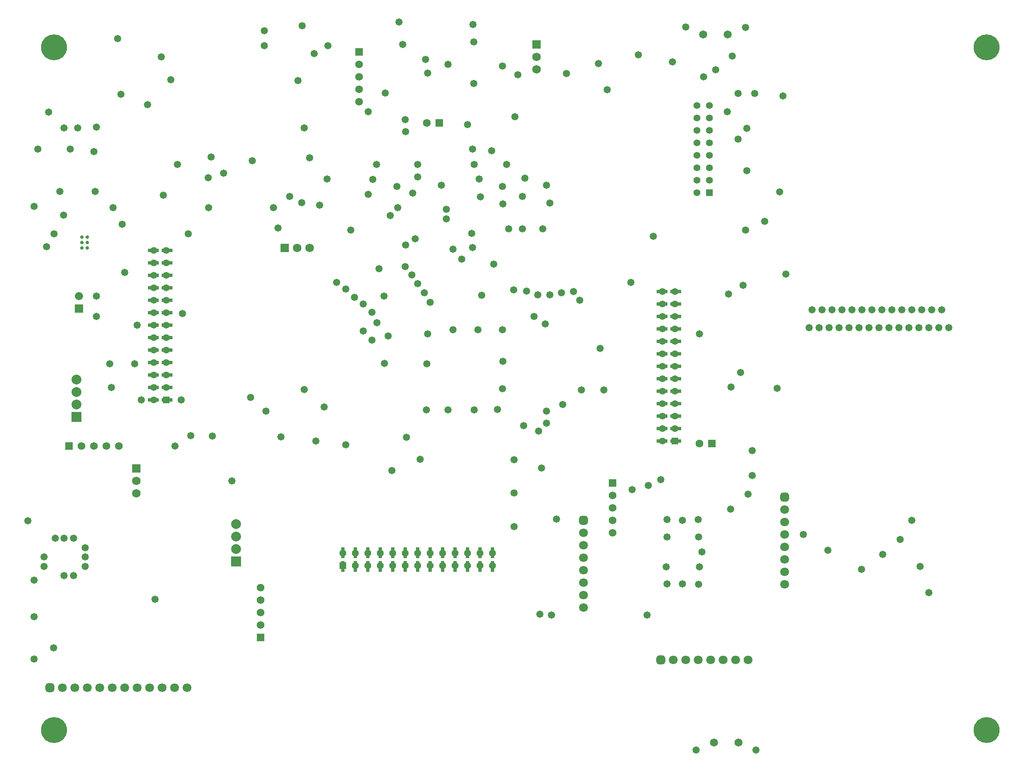
<source format=gbr>
G04*
G04 #@! TF.GenerationSoftware,Altium Limited,Altium Designer,23.9.2 (47)*
G04*
G04 Layer_Color=16711935*
%FSLAX44Y44*%
%MOMM*%
G71*
G04*
G04 #@! TF.SameCoordinates,8F5B2CAB-9582-47EE-AD33-95BA57DA0C1B*
G04*
G04*
G04 #@! TF.FilePolarity,Negative*
G04*
G01*
G75*
%ADD141C,1.5700*%
%ADD142R,1.5700X1.5700*%
%ADD143R,1.5700X1.5700*%
%ADD144C,1.6532*%
%ADD145C,1.8032*%
G04:AMPARAMS|DCode=146|XSize=1.8032mm|YSize=1.8032mm|CornerRadius=0.5016mm|HoleSize=0mm|Usage=FLASHONLY|Rotation=0.000|XOffset=0mm|YOffset=0mm|HoleType=Round|Shape=RoundedRectangle|*
%AMROUNDEDRECTD146*
21,1,1.8032,0.8000,0,0,0.0*
21,1,0.8000,1.8032,0,0,0.0*
1,1,1.0032,0.4000,-0.4000*
1,1,1.0032,-0.4000,-0.4000*
1,1,1.0032,-0.4000,0.4000*
1,1,1.0032,0.4000,0.4000*
%
%ADD146ROUNDEDRECTD146*%
G04:AMPARAMS|DCode=147|XSize=1.8032mm|YSize=1.8032mm|CornerRadius=0.5016mm|HoleSize=0mm|Usage=FLASHONLY|Rotation=270.000|XOffset=0mm|YOffset=0mm|HoleType=Round|Shape=RoundedRectangle|*
%AMROUNDEDRECTD147*
21,1,1.8032,0.8000,0,0,270.0*
21,1,0.8000,1.8032,0,0,270.0*
1,1,1.0032,-0.4000,-0.4000*
1,1,1.0032,-0.4000,0.4000*
1,1,1.0032,0.4000,0.4000*
1,1,1.0032,0.4000,-0.4000*
%
%ADD147ROUNDEDRECTD147*%
%ADD148C,5.2832*%
%ADD149C,1.6700*%
%ADD150R,1.6700X1.6700*%
%ADD151R,1.6032X1.6032*%
%ADD152C,1.6032*%
%ADD153R,1.3900X1.3900*%
%ADD154R,1.3890X1.3890*%
%ADD155C,1.3890*%
%ADD156R,1.3900X1.3900*%
%ADD157R,2.0032X2.0032*%
%ADD158C,2.0032*%
%ADD159R,1.7532X1.7532*%
%ADD160C,1.7532*%
%ADD161R,1.7532X1.7532*%
%ADD162C,1.4732*%
%ADD163C,0.7032*%
%ADD164C,1.3900*%
%ADD187R,2.2900X0.7600*%
%ADD188R,0.7600X2.2900*%
D141*
X1838960Y722630D02*
D03*
Y748030D02*
D03*
Y773430D02*
D03*
Y798830D02*
D03*
X1322070Y1601470D02*
D03*
Y1626870D02*
D03*
Y1652270D02*
D03*
Y1677670D02*
D03*
X833120Y899160D02*
D03*
X807720D02*
D03*
X782320D02*
D03*
X756920D02*
D03*
X1121410Y610870D02*
D03*
Y585470D02*
D03*
Y560070D02*
D03*
Y534670D02*
D03*
D142*
X1838960Y824230D02*
D03*
X1322070Y1703070D02*
D03*
X1121410Y509270D02*
D03*
D143*
X731520Y899160D02*
D03*
D144*
X2095260Y294970D02*
D03*
X2045260D02*
D03*
X2073510Y1737830D02*
D03*
X2023510D02*
D03*
D145*
X971550Y406400D02*
D03*
X946150D02*
D03*
X920750D02*
D03*
X869950D02*
D03*
X844550D02*
D03*
X793750D02*
D03*
X742950D02*
D03*
X717550D02*
D03*
X768350D02*
D03*
X819150D02*
D03*
X895350D02*
D03*
X2189480Y668020D02*
D03*
Y718820D02*
D03*
Y769620D02*
D03*
Y744220D02*
D03*
Y693420D02*
D03*
Y642620D02*
D03*
Y617220D02*
D03*
X2063750Y463550D02*
D03*
X2012950D02*
D03*
X1962150D02*
D03*
X1987550D02*
D03*
X2038350D02*
D03*
X2089150D02*
D03*
X2114550D02*
D03*
X1779270Y621030D02*
D03*
Y671830D02*
D03*
Y722630D02*
D03*
Y697230D02*
D03*
Y646430D02*
D03*
Y595630D02*
D03*
Y570230D02*
D03*
D146*
X692150Y406400D02*
D03*
X1936750Y463550D02*
D03*
D147*
X2189480Y795020D02*
D03*
X1779270Y748030D02*
D03*
D148*
X2600960Y1711960D02*
D03*
Y320040D02*
D03*
X701040D02*
D03*
Y1711960D02*
D03*
D149*
X751840Y1205230D02*
D03*
D150*
Y1179830D02*
D03*
D151*
X2040890Y904240D02*
D03*
X1485900Y1558290D02*
D03*
D152*
X2015490Y904240D02*
D03*
X1460500Y1558290D02*
D03*
D153*
X929660Y993140D02*
D03*
X1965980Y909320D02*
D03*
D154*
X2035810Y1416050D02*
D03*
D155*
Y1441450D02*
D03*
Y1466850D02*
D03*
Y1492250D02*
D03*
Y1517650D02*
D03*
Y1543050D02*
D03*
Y1568450D02*
D03*
Y1593850D02*
D03*
X2010410Y1416050D02*
D03*
Y1441450D02*
D03*
Y1466850D02*
D03*
Y1492250D02*
D03*
Y1517650D02*
D03*
Y1543050D02*
D03*
Y1568450D02*
D03*
Y1593850D02*
D03*
D156*
X1289050Y655300D02*
D03*
D157*
X746760Y958850D02*
D03*
X1071880Y664210D02*
D03*
D158*
X746760Y984250D02*
D03*
Y1009650D02*
D03*
Y1035050D02*
D03*
X1071880Y740410D02*
D03*
Y715010D02*
D03*
Y689610D02*
D03*
D159*
X868680Y853440D02*
D03*
X1684020Y1718310D02*
D03*
D160*
X868680Y828040D02*
D03*
Y802640D02*
D03*
X1684020Y1667510D02*
D03*
Y1692910D02*
D03*
X1221740Y1303020D02*
D03*
X1196340D02*
D03*
D161*
X1170940D02*
D03*
D162*
X821055Y1385570D02*
D03*
X844550Y1253490D02*
D03*
X660400Y1388110D02*
D03*
X685800Y1305560D02*
D03*
X720090Y1370330D02*
D03*
X701040Y1332230D02*
D03*
X839470Y1351280D02*
D03*
X1891030Y1696720D02*
D03*
X2179320Y1417320D02*
D03*
X2109470Y1339850D02*
D03*
X2094230Y1525270D02*
D03*
X2112010Y1460500D02*
D03*
X2148840Y1357630D02*
D03*
X2482850Y600710D02*
D03*
X830580Y1729740D02*
D03*
X2345690Y647700D02*
D03*
X2388870Y678180D02*
D03*
X2277110Y687070D02*
D03*
X1714500Y554990D02*
D03*
X1690370Y556260D02*
D03*
X1875790Y1233170D02*
D03*
X1921510Y1327150D02*
D03*
X1734820Y1211580D02*
D03*
X1758950Y1214120D02*
D03*
X1771650Y1196340D02*
D03*
X1596390Y1270000D02*
D03*
X1572260Y1206500D02*
D03*
X1531620Y1280160D02*
D03*
X1553210Y1304290D02*
D03*
X1678940Y1163320D02*
D03*
X864870Y1066800D02*
D03*
X814070D02*
D03*
X2131060Y279400D02*
D03*
X2009140D02*
D03*
X2109470Y1752600D02*
D03*
X1554480Y1758950D02*
D03*
X2123440Y839470D02*
D03*
Y890270D02*
D03*
X787400Y1205230D02*
D03*
X1960880Y1682750D02*
D03*
X1809750Y1678940D02*
D03*
X1827530Y1625600D02*
D03*
X1744980Y1658620D02*
D03*
X2082800Y1694180D02*
D03*
X2185670Y1612900D02*
D03*
X2112010Y1546860D02*
D03*
X2072640Y1581150D02*
D03*
X2128520Y1617980D02*
D03*
X2094230D02*
D03*
X2015490Y1127760D02*
D03*
X2075180Y1209040D02*
D03*
X2104390Y1226820D02*
D03*
X782320Y1499870D02*
D03*
X734060Y1504950D02*
D03*
X721360Y1548130D02*
D03*
X749300D02*
D03*
X919480Y1692910D02*
D03*
X891540Y1595120D02*
D03*
X712470Y1418590D02*
D03*
X787400Y1163320D02*
D03*
X938530Y1645920D02*
D03*
X784860Y1418590D02*
D03*
X836930Y1616710D02*
D03*
X2048510Y1666240D02*
D03*
X2024380Y1652270D02*
D03*
X2424430Y708660D02*
D03*
X2227580Y718820D02*
D03*
X1062990Y828040D02*
D03*
X1023620Y919480D02*
D03*
X947420Y899160D02*
D03*
X906780Y586740D02*
D03*
X1101090Y998220D02*
D03*
X979170Y920750D02*
D03*
X960120Y993140D02*
D03*
X1389380Y849630D02*
D03*
X817880Y1018540D02*
D03*
X1564640Y1136650D02*
D03*
X1197610Y1644650D02*
D03*
X2239010Y1140460D02*
D03*
X2259330D02*
D03*
X2279650D02*
D03*
X2299970D02*
D03*
X2320290D02*
D03*
X2340610D02*
D03*
X2360930D02*
D03*
X2381250D02*
D03*
X2401570D02*
D03*
X2421890D02*
D03*
X2442210D02*
D03*
X2462530D02*
D03*
X2482850D02*
D03*
X2503170D02*
D03*
X2523490D02*
D03*
X2509520Y1177290D02*
D03*
X2489200D02*
D03*
X2468880D02*
D03*
X2448560D02*
D03*
X2428240D02*
D03*
X2407920D02*
D03*
X2387600D02*
D03*
X2367280D02*
D03*
X2346960D02*
D03*
X2326640D02*
D03*
X2306320D02*
D03*
X2286000D02*
D03*
X2265680D02*
D03*
X2245360D02*
D03*
X2114550Y801370D02*
D03*
X1230630Y1699260D02*
D03*
X1206500Y1756410D02*
D03*
X1592580Y1501140D02*
D03*
X1639570Y1570990D02*
D03*
X1543050Y1554480D02*
D03*
X1221740Y1487170D02*
D03*
X1129020Y1745470D02*
D03*
X1258570Y1715770D02*
D03*
X1557020Y1473200D02*
D03*
X1623060D02*
D03*
X1441450D02*
D03*
X1357630D02*
D03*
X1350010Y1442720D02*
D03*
X1553210Y1504950D02*
D03*
X1210310Y1548130D02*
D03*
X1417320Y1540510D02*
D03*
X1341120Y1581150D02*
D03*
X1416050Y1564640D02*
D03*
X1410970Y1718310D02*
D03*
X1403350Y1764030D02*
D03*
X660400Y551180D02*
D03*
Y464820D02*
D03*
X699770Y487680D02*
D03*
X974090Y1332230D02*
D03*
X923290Y1410970D02*
D03*
X952500Y1473200D02*
D03*
X1016000Y1385570D02*
D03*
X787400Y1549400D02*
D03*
X1645920Y1656080D02*
D03*
X1234440Y909320D02*
D03*
X1163320Y918210D02*
D03*
X1132840Y970280D02*
D03*
X1250950Y979170D02*
D03*
X878840Y993140D02*
D03*
X1638300Y735330D02*
D03*
X2192020Y1249680D02*
D03*
X2099310Y1049020D02*
D03*
X2174240Y1017270D02*
D03*
X2080260Y1019810D02*
D03*
X1210310Y1014730D02*
D03*
X1295400Y901700D02*
D03*
X1446530Y872490D02*
D03*
X1305560Y1339850D02*
D03*
X1014730Y1446530D02*
D03*
X1046480Y1455420D02*
D03*
X1104900Y1480820D02*
D03*
X1156970Y1343660D02*
D03*
X1242060Y1390650D02*
D03*
X1021080Y1488440D02*
D03*
X689610Y1579880D02*
D03*
X668020Y1504950D02*
D03*
X1148080Y1385570D02*
D03*
X1257300Y1443990D02*
D03*
X869950Y1145540D02*
D03*
X962660Y1169670D02*
D03*
X1821180Y1013460D02*
D03*
X1813560Y1098550D02*
D03*
X1775460Y1013460D02*
D03*
X1615440Y1071880D02*
D03*
X1614170Y1016000D02*
D03*
X1657350Y941070D02*
D03*
X1687830Y929640D02*
D03*
X1737360Y984250D02*
D03*
X1704340Y946150D02*
D03*
Y970280D02*
D03*
X1724660Y750570D02*
D03*
X1638300Y871220D02*
D03*
Y803910D02*
D03*
X1348740Y1172210D02*
D03*
X1330960Y1188720D02*
D03*
X1313180Y1202690D02*
D03*
X1295400Y1219200D02*
D03*
X1276350Y1233170D02*
D03*
X1381760Y1123950D02*
D03*
X1348740Y1115060D02*
D03*
X1330960Y1134110D02*
D03*
X1374140Y1068070D02*
D03*
X1551283Y1332843D02*
D03*
X1654810Y1342390D02*
D03*
X1436370Y1322070D02*
D03*
X1417320Y1309370D02*
D03*
X1385570Y1369060D02*
D03*
X1499870Y1381760D02*
D03*
Y1362710D02*
D03*
X1416050Y1264920D02*
D03*
X1430020Y1248410D02*
D03*
X1441450Y1230630D02*
D03*
X1455420Y1211580D02*
D03*
X1466850Y1192530D02*
D03*
X1513840Y1300480D02*
D03*
Y1136650D02*
D03*
X1637030Y1217930D02*
D03*
X1663700Y1215390D02*
D03*
X1686560Y1207770D02*
D03*
X1710690D02*
D03*
X1626870Y1342390D02*
D03*
X1701800Y1148080D02*
D03*
X1654810Y1408430D02*
D03*
X1372870Y1205230D02*
D03*
X1362710Y1261110D02*
D03*
X1460500Y1066800D02*
D03*
X1358900Y1150620D02*
D03*
X1181100Y1408430D02*
D03*
X1205230Y1395730D02*
D03*
X1604010Y974090D02*
D03*
X1503680Y972820D02*
D03*
X1557020D02*
D03*
X2078990Y770890D02*
D03*
X1694180Y854710D02*
D03*
X1129020Y1714990D02*
D03*
X660400Y626110D02*
D03*
X2448560Y748030D02*
D03*
X2465070Y654050D02*
D03*
X1908810Y554990D02*
D03*
X2020570Y683260D02*
D03*
X1948180Y652780D02*
D03*
X1936750Y830580D02*
D03*
X1911350Y819150D02*
D03*
X1878330Y810260D02*
D03*
X1987550Y1753870D02*
D03*
X1555750Y1638300D02*
D03*
Y1723390D02*
D03*
X1614170Y1673860D02*
D03*
Y1136650D02*
D03*
X1461770Y1659890D02*
D03*
X1489710Y1431290D02*
D03*
X1441450Y1447800D02*
D03*
X1431290Y1414780D02*
D03*
X1569720Y1407160D02*
D03*
X1375410Y1619250D02*
D03*
X1696720Y1342390D02*
D03*
X1710690Y1394460D02*
D03*
X1615440Y1393190D02*
D03*
X1400810Y1385570D02*
D03*
X1503680Y1677670D02*
D03*
X1457960Y1687830D02*
D03*
X1704340Y1431290D02*
D03*
X1614170Y1428750D02*
D03*
X1399540D02*
D03*
X1659890Y1445260D02*
D03*
X1567180Y1443990D02*
D03*
X1341120Y1412240D02*
D03*
X1461770Y1127760D02*
D03*
X1981200Y618490D02*
D03*
X2014220Y617220D02*
D03*
X1949450Y618490D02*
D03*
X2015490Y652780D02*
D03*
X2014220Y713740D02*
D03*
X1949450D02*
D03*
X1981200Y748030D02*
D03*
X2012950Y749300D02*
D03*
X1949450D02*
D03*
X1418590Y916940D02*
D03*
X1459230Y972820D02*
D03*
X647700Y746760D02*
D03*
X764540Y654050D02*
D03*
X680720D02*
D03*
X721360Y711200D02*
D03*
Y635000D02*
D03*
X764540Y673100D02*
D03*
Y692150D02*
D03*
X680720Y673100D02*
D03*
X740410Y711200D02*
D03*
X703580D02*
D03*
X740410Y635000D02*
D03*
D163*
X768770Y1303450D02*
D03*
X757770D02*
D03*
X768770Y1314450D02*
D03*
X757770D02*
D03*
X768770Y1325450D02*
D03*
X757770D02*
D03*
D164*
X904260Y1297940D02*
D03*
Y1272540D02*
D03*
Y1247140D02*
D03*
Y1221740D02*
D03*
Y1196340D02*
D03*
Y1170940D02*
D03*
Y1145540D02*
D03*
Y1120140D02*
D03*
Y1094740D02*
D03*
Y1069340D02*
D03*
Y1043940D02*
D03*
Y1018540D02*
D03*
Y993140D02*
D03*
X929660Y1297940D02*
D03*
Y1272540D02*
D03*
Y1247140D02*
D03*
Y1221740D02*
D03*
Y1196340D02*
D03*
Y1170940D02*
D03*
Y1145540D02*
D03*
Y1120140D02*
D03*
Y1094740D02*
D03*
Y1069340D02*
D03*
Y1043940D02*
D03*
Y1018540D02*
D03*
X1940580Y1214120D02*
D03*
Y1188720D02*
D03*
Y1163320D02*
D03*
Y1137920D02*
D03*
Y1112520D02*
D03*
Y1087120D02*
D03*
Y1061720D02*
D03*
Y1036320D02*
D03*
Y1010920D02*
D03*
Y985520D02*
D03*
Y960120D02*
D03*
Y934720D02*
D03*
Y909320D02*
D03*
X1965980Y1214120D02*
D03*
Y1188720D02*
D03*
Y1163320D02*
D03*
Y1137920D02*
D03*
Y1112520D02*
D03*
Y1087120D02*
D03*
Y1061720D02*
D03*
Y1036320D02*
D03*
Y1010920D02*
D03*
Y985520D02*
D03*
Y960120D02*
D03*
Y934720D02*
D03*
X1593850Y680700D02*
D03*
X1568450D02*
D03*
X1543050D02*
D03*
X1517650D02*
D03*
X1492250D02*
D03*
X1466850D02*
D03*
X1441450D02*
D03*
X1416050D02*
D03*
X1390650D02*
D03*
X1365250D02*
D03*
X1339850D02*
D03*
X1314450D02*
D03*
X1289050D02*
D03*
X1593850Y655300D02*
D03*
X1568450D02*
D03*
X1543050D02*
D03*
X1517650D02*
D03*
X1492250D02*
D03*
X1466850D02*
D03*
X1441450D02*
D03*
X1416050D02*
D03*
X1390650D02*
D03*
X1365250D02*
D03*
X1339850D02*
D03*
X1314450D02*
D03*
D187*
X903010Y1297940D02*
D03*
Y1272540D02*
D03*
Y1247140D02*
D03*
Y1221740D02*
D03*
Y1196340D02*
D03*
Y1170940D02*
D03*
Y1145540D02*
D03*
Y1120140D02*
D03*
Y1094740D02*
D03*
Y1069340D02*
D03*
Y1043940D02*
D03*
Y1018540D02*
D03*
Y993140D02*
D03*
X930910Y1297940D02*
D03*
Y1272540D02*
D03*
Y1247140D02*
D03*
Y1221740D02*
D03*
Y1196340D02*
D03*
Y1170940D02*
D03*
Y1145540D02*
D03*
Y1120140D02*
D03*
Y1094740D02*
D03*
Y1069340D02*
D03*
Y1043940D02*
D03*
Y1018540D02*
D03*
Y993140D02*
D03*
X1939330Y1214120D02*
D03*
Y1188720D02*
D03*
Y1163320D02*
D03*
Y1137920D02*
D03*
Y1112520D02*
D03*
Y1087120D02*
D03*
Y1061720D02*
D03*
Y1036320D02*
D03*
Y1010920D02*
D03*
Y985520D02*
D03*
Y960120D02*
D03*
Y934720D02*
D03*
Y909320D02*
D03*
X1967230Y1214120D02*
D03*
Y1188720D02*
D03*
Y1163320D02*
D03*
Y1137920D02*
D03*
Y1112520D02*
D03*
Y1087120D02*
D03*
Y1061720D02*
D03*
Y1036320D02*
D03*
Y1010920D02*
D03*
Y985520D02*
D03*
Y960120D02*
D03*
Y934720D02*
D03*
Y909320D02*
D03*
D188*
X1593850Y654050D02*
D03*
Y681950D02*
D03*
X1568450D02*
D03*
X1543050D02*
D03*
X1517650D02*
D03*
X1492250D02*
D03*
X1466850D02*
D03*
X1441450D02*
D03*
X1416050D02*
D03*
X1390650D02*
D03*
X1365250D02*
D03*
X1339850D02*
D03*
X1314450D02*
D03*
X1289050D02*
D03*
X1568450Y654050D02*
D03*
X1543050D02*
D03*
X1517650D02*
D03*
X1492250D02*
D03*
X1466850D02*
D03*
X1441450D02*
D03*
X1416050D02*
D03*
X1390650D02*
D03*
X1365250D02*
D03*
X1339850D02*
D03*
X1314450D02*
D03*
X1289050D02*
D03*
M02*

</source>
